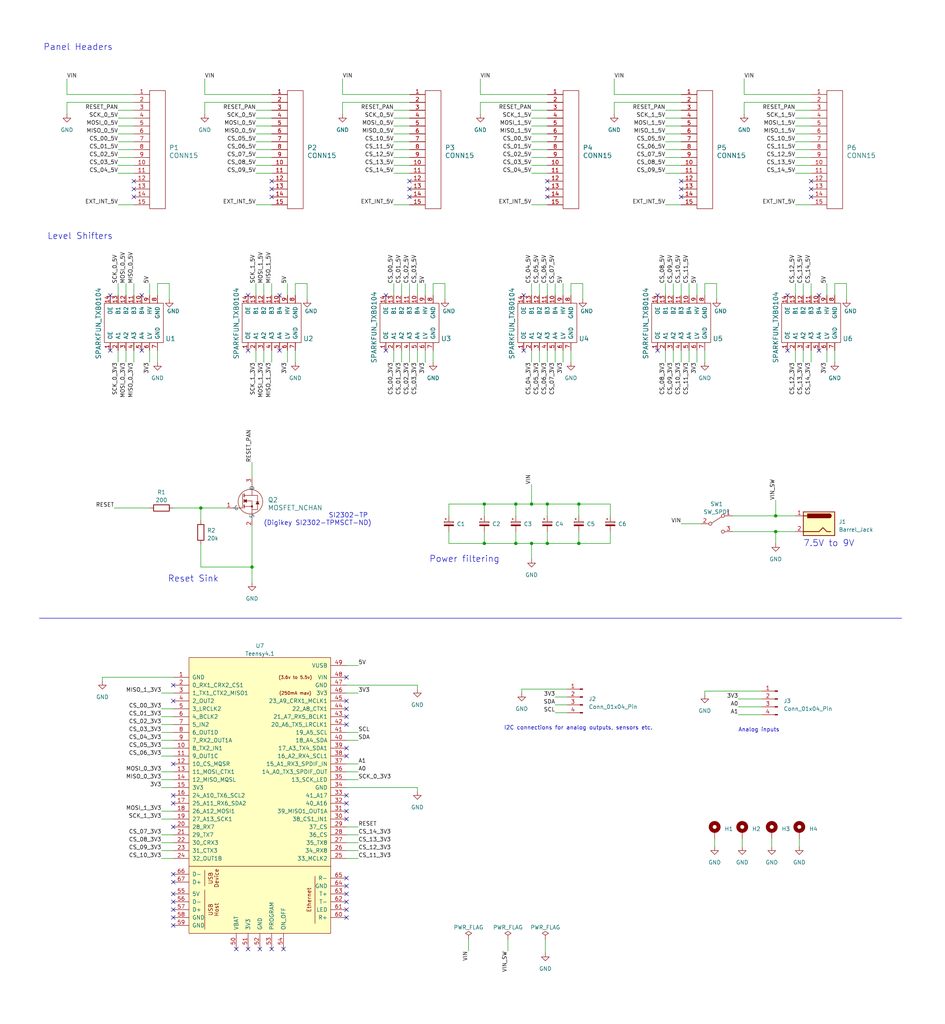
<source format=kicad_sch>
(kicad_sch (version 20230121) (generator eeschema)
  (paper "User" 304.8 330.2)
  (title_block (date "11 jun 2015"))
  (lib_symbols
    (symbol "Connector:Barrel_Jack" (pin_names (offset 1.016))
      (property "Reference" "J" (at 0 5.334 0))
      (property "Value" "Barrel_Jack" (at 0 -5.08 0))
      (symbol "Barrel_Jack_1_1"
        (pin passive line (at 7.62 2.54 180) (length 2.54) (name "~") (number "1"))
        (pin passive line (at 7.62 -2.54 180) (length 2.54) (name "~") (number "2"))
      )
    )
    (symbol "Connector:Conn_01x04_Pin" (pin_names (offset 1.016) hide)
      (property "Reference" "J" (at 0 5.08 0))
      (property "Value" "Conn_01x04_Pin" (at 0 -7.62 0))
      (symbol "Conn_01x04_Pin_1_1"
        (pin passive line (at 5.08 2.54 180) (length 3.81) (name "Pin_1") (number "1"))
        (pin passive line (at 5.08 0 180) (length 3.81) (name "Pin_2") (number "2"))
        (pin passive line (at 5.08 -2.54 180) (length 3.81) (name "Pin_3") (number "3"))
        (pin passive line (at 5.08 -5.08 180) (length 3.81) (name "Pin_4") (number "4"))
      )
    )
    (symbol "Device:C_Polarized_Small" (pin_numbers hide) (pin_names (offset 0.254) hide)
      (property "Reference" "C" (at 0.254 1.778 0))
      (property "Value" "C_Polarized_Small" (at 0.254 -2.032 0))
      (symbol "C_Polarized_Small_1_1"
        (pin passive line (at 0 2.54 270) (length 1.8542) (name "~") (number "1"))
        (pin passive line (at 0 -2.54 90) (length 1.8542) (name "~") (number "2"))
      )
    )
    (symbol "Device:R" (pin_numbers hide) (pin_names (offset 0))
      (property "Reference" "R" (at 2.032 0 90))
      (property "Value" "R" (at 0 0 90))
      (symbol "R_1_1"
        (pin passive line (at 0 3.81 270) (length 1.27) (name "~") (number "1"))
        (pin passive line (at 0 -3.81 90) (length 1.27) (name "~") (number "2"))
      )
    )
    (symbol "Mechanical:MountingHole_Pad" (pin_numbers hide) (pin_names (offset 1.016) hide)
      (property "Reference" "H" (at 0 6.35 0))
      (property "Value" "MountingHole_Pad" (at 0 4.445 0))
      (symbol "MountingHole_Pad_1_1"
        (pin input line (at 0 -2.54 90) (length 2.54) (name "1") (number "1"))
      )
    )
    (symbol "Switch:SW_SPDT" (pin_names (offset 0) hide)
      (property "Reference" "SW" (at 0 4.318 0))
      (property "Value" "SW_SPDT" (at 0 -5.08 0))
      (symbol "SW_SPDT_1_1"
        (pin passive line (at 5.08 2.54 180) (length 2.54) (name "A") (number "1"))
        (pin passive line (at -5.08 0 0) (length 2.54) (name "B") (number "2"))
        (pin passive line (at 5.08 -2.54 180) (length 2.54) (name "C") (number "3"))
      )
    )
    (symbol "arena_custom:CONN15" (pin_names (offset 1.016))
      (property "Reference" "P" (at -17.78 6.35 0))
      (property "Value" "CONN15" (at 13.97 6.35 0))
      (symbol "CONN15_1_1"
        (pin passive line (at -17.78 -5.08 90) (length 5.08) (name "~") (number "1"))
        (pin passive line (at 5.08 -5.08 90) (length 5.08) (name "~") (number "10"))
        (pin passive line (at 7.62 -5.08 90) (length 5.08) (name "~") (number "11"))
        (pin passive line (at 10.16 -5.08 90) (length 5.08) (name "~") (number "12"))
        (pin passive line (at 12.7 -5.08 90) (length 5.08) (name "~") (number "13"))
        (pin passive line (at 15.24 -5.08 90) (length 5.08) (name "~") (number "14"))
        (pin passive line (at 17.78 -5.08 90) (length 5.08) (name "~") (number "15"))
        (pin passive line (at -15.24 -5.08 90) (length 5.08) (name "~") (number "2"))
        (pin passive line (at -12.7 -5.08 90) (length 5.08) (name "~") (number "3"))
        (pin passive line (at -10.16 -5.08 90) (length 5.08) (name "~") (number "4"))
        (pin passive line (at -7.62 -5.08 90) (length 5.08) (name "~") (number "5"))
        (pin passive line (at -5.08 -5.08 90) (length 5.08) (name "~") (number "6"))
        (pin passive line (at -2.54 -5.08 90) (length 5.08) (name "~") (number "7"))
        (pin passive line (at 0 -5.08 90) (length 5.08) (name "~") (number "8"))
        (pin passive line (at 2.54 -5.08 90) (length 5.08) (name "~") (number "9"))
      )
    )
    (symbol "arena_custom:MOSFET_NCHAN" (pin_names (offset 1.016))
      (property "Reference" "Q" (at -4.826 6.35 0))
      (property "Value" "MOSFET_NCHAN" (at 0.381 -7.62 0))
      (symbol "MOSFET_NCHAN_1_1"
        (pin input line (at -8.128 0 0) (length 1.27) (name "G") (number "1"))
        (pin input line (at 0 -5.588 90) (length 1.27) (name "S") (number "2"))
        (pin input line (at 0 9.525 270) (length 1.27) (name "D") (number "3"))
      )
    )
    (symbol "arena_custom:SPARKFUN_TXB0104" (pin_names (offset 1.016))
      (property "Reference" "U" (at 0 11.43 0))
      (property "Value" "SPARKFUN_TXB0104" (at 0 -11.43 0))
      (symbol "SPARKFUN_TXB0104_1_1"
        (pin passive line (at -8.89 7.62 0) (length 2.54) (name "OE") (number "1"))
        (pin input line (at 8.89 -2.54 180) (length 2.54) (name "B4") (number "10"))
        (pin bidirectional line (at 8.89 0 180) (length 2.54) (name "B3") (number "11"))
        (pin bidirectional line (at 8.89 2.54 180) (length 2.54) (name "B2") (number "12"))
        (pin bidirectional line (at 8.89 5.08 180) (length 2.54) (name "B1") (number "13"))
        (pin passive line (at 8.89 7.62 180) (length 2.54) (name "OE") (number "14"))
        (pin bidirectional line (at -8.89 5.08 0) (length 2.54) (name "A1") (number "2"))
        (pin bidirectional line (at -8.89 2.54 0) (length 2.54) (name "A2") (number "3"))
        (pin input line (at -8.89 0 0) (length 2.54) (name "A3") (number "4"))
        (pin bidirectional line (at -8.89 -2.54 0) (length 2.54) (name "A4") (number "5"))
        (pin power_in line (at -8.89 -5.08 0) (length 2.54) (name "LV") (number "6"))
        (pin power_in line (at -8.89 -7.62 0) (length 2.54) (name "GND") (number "7"))
        (pin power_in line (at 8.89 -7.62 180) (length 2.54) (name "GND") (number "8"))
        (pin power_in line (at 8.89 -5.08 180) (length 2.54) (name "HV") (number "9"))
      )
    )
    (symbol "arena_custom:Teensy4.1" (pin_names (offset 1.016))
      (property "Reference" "U" (at 0 64.77 0))
      (property "Value" "Teensy4.1" (at 0 62.23 0))
      (symbol "Teensy4.1_0_0"
        (text "(250mA max)" (at 11.43 49.53 0) (effects (font (size 1.016 1.016))))
        (text "(3.6v to 5.5v)" (at 11.43 54.61 0) (effects (font (size 1.016 1.016))))
        (text "Device" (at -13.97 -10.16 900) (effects (font (size 1.27 1.27))))
        (text "Ethernet" (at 15.875 -17.145 900) (effects (font (size 1.27 1.27))))
        (text "Host" (at -13.97 -20.32 900) (effects (font (size 1.27 1.27))))
        (text "USB" (at -15.875 -20.32 900) (effects (font (size 1.27 1.27))))
        (text "USB" (at -15.875 -10.16 900) (effects (font (size 1.27 1.27))))
        (pin bidirectional line (at -27.94 31.75 0) (length 5.08) (name "8_TX2_IN1") (number "10"))
        (pin bidirectional line (at -27.94 29.21 0) (length 5.08) (name "9_OUT1C") (number "11"))
        (pin bidirectional line (at -27.94 26.67 0) (length 5.08) (name "10_CS_MQSR") (number "12"))
        (pin bidirectional line (at -27.94 24.13 0) (length 5.08) (name "11_MOSI_CTX1") (number "13"))
        (pin bidirectional line (at -27.94 21.59 0) (length 5.08) (name "12_MISO_MQSL") (number "14"))
        (pin power_in line (at -27.94 19.05 0) (length 5.08) (name "3V3") (number "15"))
        (pin bidirectional line (at -27.94 16.51 0) (length 5.08) (name "24_A10_TX6_SCL2") (number "16"))
        (pin bidirectional line (at -27.94 13.97 0) (length 5.08) (name "25_A11_RX6_SDA2") (number "17"))
        (pin bidirectional line (at -27.94 11.43 0) (length 5.08) (name "26_A12_MOSI1") (number "18"))
        (pin bidirectional line (at -27.94 8.89 0) (length 5.08) (name "27_A13_SCK1") (number "19"))
        (pin bidirectional line (at -27.94 6.35 0) (length 5.08) (name "28_RX7") (number "20"))
        (pin bidirectional line (at -27.94 3.81 0) (length 5.08) (name "29_TX7") (number "21"))
        (pin bidirectional line (at -27.94 1.27 0) (length 5.08) (name "30_CRX3") (number "22"))
        (pin bidirectional line (at -27.94 -1.27 0) (length 5.08) (name "31_CTX3") (number "23"))
        (pin bidirectional line (at -27.94 -3.81 0) (length 5.08) (name "32_OUT1B") (number "24"))
        (pin bidirectional line (at 27.94 -3.81 180) (length 5.08) (name "33_MCLK2") (number "25"))
        (pin bidirectional line (at 27.94 -1.27 180) (length 5.08) (name "34_RX8") (number "26"))
        (pin bidirectional line (at 27.94 1.27 180) (length 5.08) (name "35_TX8") (number "27"))
        (pin bidirectional line (at 27.94 3.81 180) (length 5.08) (name "36_CS") (number "28"))
        (pin bidirectional line (at 27.94 6.35 180) (length 5.08) (name "37_CS") (number "29"))
        (pin bidirectional line (at 27.94 8.89 180) (length 5.08) (name "38_CS1_IN1") (number "30"))
        (pin bidirectional line (at 27.94 11.43 180) (length 5.08) (name "39_MISO1_OUT1A") (number "31"))
        (pin bidirectional line (at 27.94 13.97 180) (length 5.08) (name "40_A16") (number "32"))
        (pin bidirectional line (at 27.94 16.51 180) (length 5.08) (name "41_A17") (number "33"))
        (pin bidirectional line (at 27.94 21.59 180) (length 5.08) (name "13_SCK_LED") (number "35"))
        (pin bidirectional line (at 27.94 24.13 180) (length 5.08) (name "14_A0_TX3_SPDIF_OUT") (number "36"))
        (pin bidirectional line (at 27.94 26.67 180) (length 5.08) (name "15_A1_RX3_SPDIF_IN") (number "37"))
        (pin bidirectional line (at 27.94 29.21 180) (length 5.08) (name "16_A2_RX4_SCL1") (number "38"))
        (pin bidirectional line (at 27.94 31.75 180) (length 5.08) (name "17_A3_TX4_SDA1") (number "39"))
        (pin bidirectional line (at 27.94 34.29 180) (length 5.08) (name "18_A4_SDA") (number "40"))
        (pin bidirectional line (at 27.94 36.83 180) (length 5.08) (name "19_A5_SCL") (number "41"))
        (pin bidirectional line (at 27.94 39.37 180) (length 5.08) (name "20_A6_TX5_LRCLK1") (number "42"))
        (pin bidirectional line (at 27.94 41.91 180) (length 5.08) (name "21_A7_RX5_BCLK1") (number "43"))
        (pin bidirectional line (at 27.94 44.45 180) (length 5.08) (name "22_A8_CTX1") (number "44"))
        (pin bidirectional line (at 27.94 46.99 180) (length 5.08) (name "23_A9_CRX1_MCLK1") (number "45"))
        (pin power_in line (at 27.94 54.61 180) (length 5.08) (name "VIN") (number "48"))
        (pin power_out line (at 27.94 58.42 180) (length 5.08) (name "VUSB") (number "49"))
        (pin bidirectional line (at -27.94 44.45 0) (length 5.08) (name "3_LRCLK2") (number "5"))
        (pin power_in line (at -7.62 -33.02 90) (length 5.08) (name "VBAT") (number "50"))
        (pin power_in line (at -3.81 -33.02 90) (length 5.08) (name "3V3") (number "51"))
        (pin input line (at 3.81 -33.02 90) (length 5.08) (name "PROGRAM") (number "53"))
        (pin input line (at 7.62 -33.02 90) (length 5.08) (name "ON_OFF") (number "54"))
        (pin power_out line (at -27.94 -15.24 0) (length 5.08) (name "5V") (number "55"))
        (pin bidirectional line (at -27.94 -17.78 0) (length 5.08) (name "D-") (number "56"))
        (pin bidirectional line (at -27.94 -20.32 0) (length 5.08) (name "D+") (number "57"))
        (pin power_in line (at -27.94 -22.86 0) (length 5.08) (name "GND") (number "58"))
        (pin power_in line (at -27.94 -25.4 0) (length 5.08) (name "GND") (number "59"))
        (pin bidirectional line (at -27.94 41.91 0) (length 5.08) (name "4_BCLK2") (number "6"))
        (pin bidirectional line (at 27.94 -22.86 180) (length 5.08) (name "R+") (number "60"))
        (pin bidirectional line (at 27.94 -20.32 180) (length 5.08) (name "LED") (number "61"))
        (pin bidirectional line (at 27.94 -17.78 180) (length 5.08) (name "T-") (number "62"))
        (pin bidirectional line (at 27.94 -15.24 180) (length 5.08) (name "T+") (number "63"))
        (pin power_in line (at 27.94 -12.7 180) (length 5.08) (name "GND") (number "64"))
        (pin bidirectional line (at 27.94 -10.16 180) (length 5.08) (name "R-") (number "65"))
        (pin bidirectional line (at -27.94 -8.89 0) (length 5.08) (name "D-") (number "66"))
        (pin bidirectional line (at -27.94 -11.43 0) (length 5.08) (name "D+") (number "67"))
        (pin bidirectional line (at -27.94 39.37 0) (length 5.08) (name "5_IN2") (number "7"))
        (pin bidirectional line (at -27.94 36.83 0) (length 5.08) (name "6_OUT1D") (number "8"))
        (pin bidirectional line (at -27.94 34.29 0) (length 5.08) (name "7_RX2_OUT1A") (number "9"))
      )
      (symbol "Teensy4.1_1_0"
        (pin power_out line (at 27.94 49.53 180) (length 5.08) (name "3V3") (number "46"))
        (pin power_in line (at 27.94 52.07 180) (length 5.08) (name "GND") (number "47"))
        (pin power_in line (at 0 -33.02 90) (length 5.08) (name "GND") (number "52"))
      )
      (symbol "Teensy4.1_1_1"
        (pin power_in line (at -27.94 54.61 0) (length 5.08) (name "GND") (number "1"))
        (pin bidirectional line (at -27.94 52.07 0) (length 5.08) (name "0_RX1_CRX2_CS1") (number "2"))
        (pin bidirectional line (at -27.94 49.53 0) (length 5.08) (name "1_TX1_CTX2_MISO1") (number "3"))
        (pin power_in line (at 27.94 19.05 180) (length 5.08) (name "GND") (number "34"))
        (pin bidirectional line (at -27.94 46.99 0) (length 5.08) (name "2_OUT2") (number "4"))
      )
    )
    (symbol "power:GND" (power) (pin_names (offset 0))
      (property "Value" "GND" (at 0 -3.81 0))
      (symbol "GND_1_1"
        (pin power_in line (at 0 0 270) (length 0) hide (name "GND") (number "1"))
      )
    )
    (symbol "power:PWR_FLAG" (power) (pin_numbers hide) (pin_names (offset 0) hide)
      (property "Value" "PWR_FLAG" (at 0 3.81 0))
      (symbol "PWR_FLAG_0_0"
        (pin power_out line (at 0 0 90) (length 0) (name "pwr") (number "1"))
      )
    )
  )
  (junction (at 186.69 162.56))
  (junction (at 171.45 162.56))
  (junction (at 156.21 175.26))
  (junction (at 166.37 162.56))
  (junction (at 64.77 163.83))
  (junction (at 186.69 175.26))
  (junction (at 156.21 162.56))
  (junction (at 176.53 175.26))
  (junction (at 176.53 162.56))
  (junction (at 171.45 175.26))
  (junction (at 250.19 166.37))
  (junction (at 250.19 171.45))
  (junction (at 166.37 175.26))
  (junction (at 81.28 182.88))
  (no_connect (at 111.76 233.68))
  (no_connect (at 55.88 295.91))
  (no_connect (at 176.53 58.42))
  (no_connect (at 43.18 58.42))
  (no_connect (at 55.88 246.38))
  (no_connect (at 111.76 288.29))
  (no_connect (at 55.88 259.08))
  (no_connect (at 83.82 306.07))
  (no_connect (at 111.76 228.6))
  (no_connect (at 111.76 231.14))
  (no_connect (at 111.76 261.62))
  (no_connect (at 91.44 306.07))
  (no_connect (at 111.76 293.37))
  (no_connect (at 132.08 60.96))
  (no_connect (at 55.88 281.94))
  (no_connect (at 55.88 290.83))
  (no_connect (at 55.88 256.54))
  (no_connect (at 111.76 295.91))
  (no_connect (at 111.76 290.83))
  (no_connect (at 111.76 241.3))
  (no_connect (at 35.56 113.03))
  (no_connect (at 55.88 266.7))
  (no_connect (at 43.18 60.96))
  (no_connect (at 168.91 113.03))
  (no_connect (at 124.46 113.03))
  (no_connect (at 176.53 63.5))
  (no_connect (at 45.72 95.25))
  (no_connect (at 254 95.25))
  (no_connect (at 90.17 113.03))
  (no_connect (at 261.62 60.96))
  (no_connect (at 87.63 63.5))
  (no_connect (at 80.01 95.25))
  (no_connect (at 212.09 113.03))
  (no_connect (at 261.62 58.42))
  (no_connect (at 111.76 226.06))
  (no_connect (at 176.53 60.96))
  (no_connect (at 168.91 95.25))
  (no_connect (at 55.88 288.29))
  (no_connect (at 55.88 293.37))
  (no_connect (at 80.01 113.03))
  (no_connect (at 87.63 60.96))
  (no_connect (at 111.76 243.84))
  (no_connect (at 45.72 113.03))
  (no_connect (at 219.71 63.5))
  (no_connect (at 87.63 58.42))
  (no_connect (at 111.76 264.16))
  (no_connect (at 132.08 58.42))
  (no_connect (at 55.88 226.06))
  (no_connect (at 264.16 113.03))
  (no_connect (at 87.63 306.07))
  (no_connect (at 55.88 298.45))
  (no_connect (at 90.17 95.25))
  (no_connect (at 111.76 283.21))
  (no_connect (at 264.16 95.25))
  (no_connect (at 261.62 63.5))
  (no_connect (at 219.71 60.96))
  (no_connect (at 55.88 220.98))
  (no_connect (at 55.88 284.48))
  (no_connect (at 111.76 218.44))
  (no_connect (at 111.76 285.75))
  (no_connect (at 254 113.03))
  (no_connect (at 212.09 95.25))
  (no_connect (at 111.76 259.08))
  (no_connect (at 124.46 95.25))
  (no_connect (at 35.56 95.25))
  (no_connect (at 111.76 256.54))
  (no_connect (at 76.2 306.07))
  (no_connect (at 43.18 63.5))
  (no_connect (at 132.08 63.5))
  (no_connect (at 219.71 58.42))
  (no_connect (at 80.01 306.07))
  (wire (pts (xy 66.04 33.02) (xy 87.63 33.02)))
  (wire (pts (xy 52.07 238.76) (xy 55.88 238.76)))
  (wire (pts (xy 179.07 224.79) (xy 182.88 224.79)))
  (wire (pts (xy 176.53 162.56) (xy 176.53 166.37)))
  (wire (pts (xy 111.76 236.22) (xy 115.57 236.22)))
  (polyline (pts (xy 12.7 199.39) (xy 290.83 199.39)))
  (wire (pts (xy 227.33 113.03) (xy 227.33 116.84)))
  (wire (pts (xy 50.8 91.44) (xy 54.61 91.44)))
  (wire (pts (xy 43.18 40.64) (xy 38.1 40.64)))
  (wire (pts (xy 171.45 175.26) (xy 171.45 180.34)))
  (wire (pts (xy 176.53 48.26) (xy 171.45 48.26)))
  (wire (pts (xy 95.25 91.44) (xy 99.06 91.44)))
  (wire (pts (xy 224.79 113.03) (xy 224.79 116.84)))
  (wire (pts (xy 52.07 261.62) (xy 55.88 261.62)))
  (wire (pts (xy 87.63 38.1) (xy 82.55 38.1)))
  (wire (pts (xy 179.07 227.33) (xy 182.88 227.33)))
  (wire (pts (xy 87.63 113.03) (xy 87.63 116.84)))
  (wire (pts (xy 154.94 33.02) (xy 176.53 33.02)))
  (wire (pts (xy 132.08 55.88) (xy 127 55.88)))
  (wire (pts (xy 87.63 43.18) (xy 82.55 43.18)))
  (wire (pts (xy 52.07 231.14) (xy 55.88 231.14)))
  (wire (pts (xy 219.71 50.8) (xy 214.63 50.8)))
  (wire (pts (xy 85.09 95.25) (xy 85.09 91.44)))
  (wire (pts (xy 52.07 251.46) (xy 55.88 251.46)))
  (wire (pts (xy 87.63 50.8) (xy 82.55 50.8)))
  (wire (pts (xy 176.53 55.88) (xy 171.45 55.88)))
  (wire (pts (xy 261.62 38.1) (xy 256.54 38.1)))
  (wire (pts (xy 261.62 43.18) (xy 256.54 43.18)))
  (wire (pts (xy 40.64 113.03) (xy 40.64 116.84)))
  (wire (pts (xy 240.03 33.02) (xy 240.03 36.83)))
  (wire (pts (xy 144.78 162.56) (xy 156.21 162.56)))
  (wire (pts (xy 168.275 222.25) (xy 168.275 223.52)))
  (wire (pts (xy 257.81 270.51) (xy 257.81 273.05)))
  (wire (pts (xy 186.69 162.56) (xy 186.69 166.37)))
  (wire (pts (xy 239.395 270.51) (xy 239.395 273.05)))
  (wire (pts (xy 111.76 246.38) (xy 115.57 246.38)))
  (wire (pts (xy 95.25 91.44) (xy 95.25 95.25)))
  (wire (pts (xy 43.18 66.04) (xy 38.1 66.04)))
  (wire (pts (xy 43.18 45.72) (xy 38.1 45.72)))
  (wire (pts (xy 38.1 113.03) (xy 38.1 116.84)))
  (wire (pts (xy 64.77 182.88) (xy 81.28 182.88)))
  (wire (pts (xy 21.59 25.4) (xy 21.59 30.48)))
  (wire (pts (xy 132.08 48.26) (xy 127 48.26)))
  (wire (pts (xy 176.53 113.03) (xy 176.53 116.84)))
  (wire (pts (xy 219.71 35.56) (xy 214.63 35.56)))
  (wire (pts (xy 137.16 95.25) (xy 137.16 91.44)))
  (wire (pts (xy 240.03 30.48) (xy 261.62 30.48)))
  (wire (pts (xy 139.7 113.03) (xy 139.7 116.84)))
  (wire (pts (xy 43.18 38.1) (xy 38.1 38.1)))
  (wire (pts (xy 198.12 33.02) (xy 198.12 36.83)))
  (wire (pts (xy 261.62 113.03) (xy 261.62 116.84)))
  (wire (pts (xy 66.04 33.02) (xy 66.04 36.83)))
  (wire (pts (xy 52.07 264.16) (xy 55.88 264.16)))
  (wire (pts (xy 43.18 53.34) (xy 38.1 53.34)))
  (wire (pts (xy 176.53 175.26) (xy 186.69 175.26)))
  (wire (pts (xy 156.21 162.56) (xy 166.37 162.56)))
  (wire (pts (xy 230.505 270.51) (xy 230.505 273.05)))
  (wire (pts (xy 266.7 95.25) (xy 266.7 91.44)))
  (wire (pts (xy 52.07 223.52) (xy 55.88 223.52)))
  (wire (pts (xy 43.18 50.8) (xy 38.1 50.8)))
  (wire (pts (xy 127 113.03) (xy 127 116.84)))
  (wire (pts (xy 176.53 53.34) (xy 171.45 53.34)))
  (wire (pts (xy 227.33 222.885) (xy 245.745 222.885)))
  (wire (pts (xy 261.62 45.72) (xy 256.54 45.72)))
  (wire (pts (xy 132.08 53.34) (xy 127 53.34)))
  (wire (pts (xy 21.59 30.48) (xy 43.18 30.48)))
  (wire (pts (xy 129.54 95.25) (xy 129.54 91.44)))
  (wire (pts (xy 52.07 269.24) (xy 55.88 269.24)))
  (wire (pts (xy 52.07 248.92) (xy 55.88 248.92)))
  (wire (pts (xy 110.49 25.4) (xy 110.49 30.48)))
  (wire (pts (xy 173.99 113.03) (xy 173.99 116.84)))
  (wire (pts (xy 110.49 30.48) (xy 132.08 30.48)))
  (wire (pts (xy 43.18 35.56) (xy 38.1 35.56)))
  (wire (pts (xy 43.18 48.26) (xy 38.1 48.26)))
  (wire (pts (xy 111.76 238.76) (xy 115.57 238.76)))
  (wire (pts (xy 82.55 95.25) (xy 82.55 91.44)))
  (wire (pts (xy 256.54 113.03) (xy 256.54 116.84)))
  (wire (pts (xy 166.37 162.56) (xy 166.37 166.37)))
  (wire (pts (xy 66.04 30.48) (xy 87.63 30.48)))
  (wire (pts (xy 33.02 218.44) (xy 33.02 219.71)))
  (wire (pts (xy 176.53 45.72) (xy 171.45 45.72)))
  (wire (pts (xy 198.12 25.4) (xy 198.12 30.48)))
  (wire (pts (xy 176.53 162.56) (xy 186.69 162.56)))
  (wire (pts (xy 176.53 95.25) (xy 176.53 91.44)))
  (wire (pts (xy 219.71 48.26) (xy 214.63 48.26)))
  (wire (pts (xy 179.07 95.25) (xy 179.07 91.44)))
  (wire (pts (xy 52.07 271.78) (xy 55.88 271.78)))
  (wire (pts (xy 137.16 113.03) (xy 137.16 116.84)))
  (wire (pts (xy 66.04 25.4) (xy 66.04 30.48)))
  (wire (pts (xy 115.57 269.24) (xy 111.76 269.24)))
  (wire (pts (xy 144.78 171.45) (xy 144.78 175.26)))
  (wire (pts (xy 181.61 95.25) (xy 181.61 91.44)))
  (wire (pts (xy 186.69 175.26) (xy 186.69 171.45)))
  (wire (pts (xy 219.71 38.1) (xy 214.63 38.1)))
  (wire (pts (xy 175.895 302.895) (xy 175.895 307.34)))
  (wire (pts (xy 111.76 254) (xy 134.62 254)))
  (wire (pts (xy 87.63 40.64) (xy 82.55 40.64)))
  (wire (pts (xy 269.24 113.03) (xy 269.24 116.84)))
  (wire (pts (xy 166.37 162.56) (xy 171.45 162.56)))
  (wire (pts (xy 111.76 220.98) (xy 134.62 220.98)))
  (wire (pts (xy 95.25 113.03) (xy 95.25 116.84)))
  (wire (pts (xy 132.08 50.8) (xy 127 50.8)))
  (wire (pts (xy 214.63 113.03) (xy 214.63 116.84)))
  (wire (pts (xy 179.07 229.87) (xy 182.88 229.87)))
  (wire (pts (xy 250.19 171.45) (xy 250.19 175.26)))
  (wire (pts (xy 115.57 274.32) (xy 111.76 274.32)))
  (wire (pts (xy 196.85 162.56) (xy 196.85 166.37)))
  (wire (pts (xy 171.45 175.26) (xy 176.53 175.26)))
  (wire (pts (xy 261.62 95.25) (xy 261.62 91.44)))
  (wire (pts (xy 261.62 48.26) (xy 256.54 48.26)))
  (wire (pts (xy 256.54 95.25) (xy 256.54 91.44)))
  (wire (pts (xy 154.94 25.4) (xy 154.94 30.48)))
  (wire (pts (xy 132.08 38.1) (xy 127 38.1)))
  (wire (pts (xy 176.53 38.1) (xy 171.45 38.1)))
  (wire (pts (xy 176.53 35.56) (xy 171.45 35.56)))
  (wire (pts (xy 176.53 40.64) (xy 171.45 40.64)))
  (wire (pts (xy 144.78 166.37) (xy 144.78 162.56)))
  (wire (pts (xy 176.53 175.26) (xy 176.53 171.45)))
  (wire (pts (xy 48.26 113.03) (xy 48.26 116.84)))
  (wire (pts (xy 171.45 156.21) (xy 171.45 162.56)))
  (wire (pts (xy 132.08 66.04) (xy 127 66.04)))
  (wire (pts (xy 261.62 35.56) (xy 256.54 35.56)))
  (wire (pts (xy 50.8 91.44) (xy 50.8 95.25)))
  (wire (pts (xy 173.99 95.25) (xy 173.99 91.44)))
  (wire (pts (xy 21.59 33.02) (xy 21.59 36.83)))
  (wire (pts (xy 132.08 95.25) (xy 132.08 91.44)))
  (wire (pts (xy 85.09 113.03) (xy 85.09 116.84)))
  (wire (pts (xy 196.85 171.45) (xy 196.85 175.26)))
  (wire (pts (xy 171.45 113.03) (xy 171.45 116.84)))
  (wire (pts (xy 36.83 163.83) (xy 48.26 163.83)))
  (wire (pts (xy 132.08 40.64) (xy 127 40.64)))
  (wire (pts (xy 50.8 113.03) (xy 50.8 116.84)))
  (wire (pts (xy 222.25 113.03) (xy 222.25 116.84)))
  (wire (pts (xy 171.45 162.56) (xy 176.53 162.56)))
  (wire (pts (xy 179.07 113.03) (xy 179.07 116.84)))
  (wire (pts (xy 132.08 45.72) (xy 127 45.72)))
  (wire (pts (xy 250.19 171.45) (xy 256.54 171.45)))
  (wire (pts (xy 236.22 166.37) (xy 250.19 166.37)))
  (wire (pts (xy 43.18 55.88) (xy 38.1 55.88)))
  (wire (pts (xy 43.18 43.18) (xy 38.1 43.18)))
  (wire (pts (xy 226.06 168.91) (xy 219.71 168.91)))
  (wire (pts (xy 154.94 30.48) (xy 176.53 30.48)))
  (wire (pts (xy 134.62 220.98) (xy 134.62 222.25)))
  (wire (pts (xy 250.19 166.37) (xy 256.54 166.37)))
  (wire (pts (xy 132.08 113.03) (xy 132.08 116.84)))
  (wire (pts (xy 110.49 33.02) (xy 110.49 36.83)))
  (wire (pts (xy 52.07 243.84) (xy 55.88 243.84)))
  (wire (pts (xy 52.07 236.22) (xy 55.88 236.22)))
  (wire (pts (xy 55.88 254) (xy 52.07 254)))
  (wire (pts (xy 139.7 91.44) (xy 139.7 95.25)))
  (wire (pts (xy 184.15 91.44) (xy 187.96 91.44)))
  (wire (pts (xy 115.57 251.46) (xy 111.76 251.46)))
  (wire (pts (xy 87.63 53.34) (xy 82.55 53.34)))
  (wire (pts (xy 163.83 302.895) (xy 163.83 306.705)))
  (wire (pts (xy 217.17 113.03) (xy 217.17 116.84)))
  (wire (pts (xy 219.71 40.64) (xy 214.63 40.64)))
  (wire (pts (xy 52.07 241.3) (xy 55.88 241.3)))
  (wire (pts (xy 92.71 113.03) (xy 92.71 116.84)))
  (wire (pts (xy 82.55 113.03) (xy 82.55 116.84)))
  (wire (pts (xy 144.78 175.26) (xy 156.21 175.26)))
  (wire (pts (xy 261.62 55.88) (xy 256.54 55.88)))
  (wire (pts (xy 115.57 276.86) (xy 111.76 276.86)))
  (wire (pts (xy 134.62 254) (xy 134.62 255.27)))
  (wire (pts (xy 198.12 33.02) (xy 219.71 33.02)))
  (wire (pts (xy 184.15 91.44) (xy 184.15 95.25)))
  (wire (pts (xy 261.62 40.64) (xy 256.54 40.64)))
  (wire (pts (xy 87.63 55.88) (xy 82.55 55.88)))
  (wire (pts (xy 151.13 302.895) (xy 151.13 306.705)))
  (wire (pts (xy 181.61 113.03) (xy 181.61 116.84)))
  (wire (pts (xy 134.62 95.25) (xy 134.62 91.44)))
  (wire (pts (xy 219.71 113.03) (xy 219.71 116.84)))
  (wire (pts (xy 250.19 166.37) (xy 250.19 161.29)))
  (wire (pts (xy 219.71 55.88) (xy 214.63 55.88)))
  (wire (pts (xy 184.15 113.03) (xy 184.15 116.84)))
  (wire (pts (xy 21.59 33.02) (xy 43.18 33.02)))
  (wire (pts (xy 87.63 35.56) (xy 82.55 35.56)))
  (wire (pts (xy 129.54 113.03) (xy 129.54 116.84)))
  (wire (pts (xy 219.71 66.04) (xy 214.63 66.04)))
  (wire (pts (xy 55.88 163.83) (xy 64.77 163.83)))
  (wire (pts (xy 111.76 266.7) (xy 115.57 266.7)))
  (wire (pts (xy 269.24 91.44) (xy 269.24 95.25)))
  (wire (pts (xy 248.92 270.51) (xy 248.92 273.05)))
  (wire (pts (xy 196.85 175.26) (xy 186.69 175.26)))
  (wire (pts (xy 52.07 228.6) (xy 55.88 228.6)))
  (wire (pts (xy 132.08 43.18) (xy 127 43.18)))
  (wire (pts (xy 48.26 95.25) (xy 48.26 91.44)))
  (wire (pts (xy 99.06 91.44) (xy 99.06 96.52)))
  (wire (pts (xy 227.33 91.44) (xy 231.14 91.44)))
  (wire (pts (xy 219.71 95.25) (xy 219.71 91.44)))
  (wire (pts (xy 219.71 53.34) (xy 214.63 53.34)))
  (wire (pts (xy 81.28 182.88) (xy 81.28 187.96)))
  (wire (pts (xy 261.62 66.04) (xy 256.54 66.04)))
  (wire (pts (xy 224.79 95.25) (xy 224.79 91.44)))
  (wire (pts (xy 187.96 91.44) (xy 187.96 96.52)))
  (wire (pts (xy 115.57 271.78) (xy 111.76 271.78)))
  (wire (pts (xy 54.61 91.44) (xy 54.61 96.52)))
  (wire (pts (xy 266.7 113.03) (xy 266.7 116.84)))
  (wire (pts (xy 134.62 113.03) (xy 134.62 116.84)))
  (wire (pts (xy 240.03 25.4) (xy 240.03 30.48)))
  (wire (pts (xy 176.53 50.8) (xy 171.45 50.8)))
  (wire (pts (xy 156.21 162.56) (xy 156.21 166.37)))
  (wire (pts (xy 52.07 274.32) (xy 55.88 274.32)))
  (wire (pts (xy 238.125 227.965) (xy 245.745 227.965)))
  (wire (pts (xy 52.07 233.68) (xy 55.88 233.68)))
  (wire (pts (xy 231.14 91.44) (xy 231.14 96.52)))
  (wire (pts (xy 222.25 95.25) (xy 222.25 91.44)))
  (wire (pts (xy 171.45 43.18) (xy 176.53 43.18)))
  (wire (pts (xy 261.62 50.8) (xy 256.54 50.8)))
  (wire (pts (xy 110.49 33.02) (xy 132.08 33.02)))
  (wire (pts (xy 166.37 175.26) (xy 171.45 175.26)))
  (wire (pts (xy 259.08 95.25) (xy 259.08 91.44)))
  (wire (pts (xy 87.63 45.72) (xy 82.55 45.72)))
  (wire (pts (xy 166.37 171.45) (xy 166.37 175.26)))
  (wire (pts (xy 38.1 95.25) (xy 38.1 91.44)))
  (wire (pts (xy 64.77 163.83) (xy 64.77 167.894)))
  (wire (pts (xy 238.125 230.505) (xy 245.745 230.505)))
  (wire (pts (xy 40.64 95.25) (xy 40.64 91.44)))
  (wire (pts (xy 168.275 222.25) (xy 182.88 222.25)))
  (wire (pts (xy 92.71 95.25) (xy 92.71 91.44)))
  (wire (pts (xy 219.71 43.18) (xy 214.63 43.18)))
  (wire (pts (xy 87.63 48.26) (xy 82.55 48.26)))
  (wire (pts (xy 176.53 66.04) (xy 171.45 66.04)))
  (wire (pts (xy 87.63 91.44) (xy 87.63 95.25)))
  (wire (pts (xy 261.62 53.34) (xy 256.54 53.34)))
  (wire (pts (xy 156.21 175.26) (xy 166.37 175.26)))
  (wire (pts (xy 227.33 222.885) (xy 227.33 224.155)))
  (wire (pts (xy 111.76 248.92) (xy 115.57 248.92)))
  (wire (pts (xy 111.76 223.52) (xy 115.57 223.52)))
  (wire (pts (xy 43.18 113.03) (xy 43.18 116.84)))
  (wire (pts (xy 269.24 91.44) (xy 273.05 91.44)))
  (wire (pts (xy 52.07 276.86) (xy 55.88 276.86)))
  (wire (pts (xy 259.08 113.03) (xy 259.08 116.84)))
  (wire (pts (xy 87.63 66.04) (xy 82.55 66.04)))
  (wire (pts (xy 139.7 91.44) (xy 143.51 91.44)))
  (wire (pts (xy 198.12 30.48) (xy 219.71 30.48)))
  (wire (pts (xy 154.94 33.02) (xy 154.94 36.83)))
  (wire (pts (xy 171.45 95.25) (xy 171.45 91.44)))
  (wire (pts (xy 43.18 95.25) (xy 43.18 91.44)))
  (wire (pts (xy 217.17 95.25) (xy 217.17 91.44)))
  (wire (pts (xy 111.76 214.63) (xy 115.57 214.63)))
  (wire (pts (xy 55.88 218.44) (xy 33.02 218.44)))
  (wire (pts (xy 64.77 175.514) (xy 64.77 182.88)))
  (wire (pts (xy 214.63 95.25) (xy 214.63 91.44)))
  (wire (pts (xy 219.71 45.72) (xy 214.63 45.72)))
  (wire (pts (xy 64.77 163.83) (xy 73.152 163.83)))
  (wire (pts (xy 240.03 33.02) (xy 261.62 33.02)))
  (wire (pts (xy 127 95.25) (xy 127 91.44)))
  (wire (pts (xy 156.21 175.26) (xy 156.21 171.45)))
  (wire (pts (xy 81.28 169.418) (xy 81.28 182.88)))
  (wire (pts (xy 81.28 154.305) (xy 81.28 149.098)))
  (wire (pts (xy 143.51 91.44) (xy 143.51 96.52)))
  (wire (pts (xy 238.125 225.425) (xy 245.745 225.425)))
  (wire (pts (xy 132.08 35.56) (xy 127 35.56)))
  (wire (pts (xy 236.22 171.45) (xy 250.19 171.45)))
  (wire (pts (xy 273.05 91.44) (xy 273.05 96.52)))
  (wire (pts (xy 186.69 162.56) (xy 196.85 162.56)))
  (wire (pts (xy 227.33 91.44) (xy 227.33 95.25)))
  (text "SI2302-TP \n(Digikey SI2302-TPMSCT-ND)" (at 119.888 169.672 0) (effects (font (size 1.524 1.524)) (justify right bottom)))
  (text "Analog inputs" (at 238.125 236.22 0) (effects (font (size 1.27 1.27)) (justify left bottom)))
  (text "Level Shifters" (at 15.24 77.47 0) (effects (font (size 2.032 2.032)) (justify left bottom)))
  (text "Panel Headers" (at 13.97 16.51 0) (effects (font (size 2.032 2.032)) (justify left bottom)))
  (text "Power filtering\n" (at 138.43 181.61 0) (effects (font (size 2.032 2.032)) (justify left bottom)))
  (text "I2C connections for analog outputs, sensors etc. " (at 162.56 235.585 0) (effects (font (size 1.27 1.27)) (justify left bottom)))
  (text "7.5V to 9V" (at 259.08 176.53 0) (effects (font (size 2.032 2.032)) (justify left bottom)))
  (text "Reset Sink" (at 54.102 187.96 0) (effects (font (size 2.032 2.032)) (justify left bottom)))
  (label "CS_09_5V" (at 217.17 91.44 90))
  (label "CS_13_5V" (at 259.08 91.44 90))
  (label "RESET_PAN" (at 127 35.56 180))
  (label "CS_11_5V" (at 222.25 91.44 90))
  (label "MOSI_0_3V3" (at 52.07 248.92 180))
  (label "A1" (at 115.57 246.38 0))
  (label "CS_09_3V3" (at 217.17 116.84 270))
  (label "CS_02_5V" (at 132.08 91.44 90))
  (label "CS_13_3V3" (at 259.08 116.84 270))
  (label "CS_13_3V3" (at 115.57 271.78 0))
  (label "MISO_1_3V3" (at 87.63 116.84 270))
  (label "CS_10_5V" (at 127 45.72 180))
  (label "3V3" (at 52.07 254 180))
  (label "CS_00_3V3" (at 52.07 228.6 180))
  (label "EXT_INT_5V" (at 38.1 66.04 180))
  (label "MOSI_1_5V" (at 214.63 40.64 180))
  (label "MOSI_1_5V" (at 171.45 40.64 180))
  (label "MISO_1_5V" (at 171.45 43.18 180))
  (label "CS_12_5V" (at 256.54 50.8 180))
  (label "5V" (at 224.79 91.44 90))
  (label "5V" (at 266.7 91.44 90))
  (label "RESET" (at 36.83 163.83 180))
  (label "CS_02_3V3" (at 52.07 233.68 180))
  (label "CS_08_5V" (at 82.55 53.34 180))
  (label "CS_04_3V3" (at 52.07 238.76 180))
  (label "CS_13_5V" (at 127 53.34 180))
  (label "MISO_1_5V" (at 214.63 43.18 180))
  (label "CS_12_3V3" (at 115.57 274.32 0))
  (label "CS_12_5V" (at 127 50.8 180))
  (label "SCK_0_3V3" (at 115.57 251.46 0))
  (label "SCK_0_3V3" (at 38.1 116.84 270))
  (label "MOSI_1_3V3" (at 85.09 116.84 270))
  (label "MISO_0_5V" (at 82.55 43.18 180))
  (label "MISO_1_5V" (at 256.54 43.18 180))
  (label "3V3" (at 48.26 116.84 270))
  (label "3V3" (at 266.7 116.84 270))
  (label "3V3" (at 92.71 116.84 270))
  (label "CS_09_5V" (at 214.63 55.88 180))
  (label "CS_06_3V3" (at 176.53 116.84 270))
  (label "SCK_0_5V" (at 82.55 38.1 180))
  (label "CS_11_3V3" (at 115.57 276.86 0))
  (label "VIN" (at 219.71 168.91 180))
  (label "RESET_PAN" (at 81.28 149.098 90))
  (label "EXT_INT_5V" (at 214.63 66.04 180))
  (label "CS_07_5V" (at 179.07 91.44 90))
  (label "A0" (at 238.125 227.965 180))
  (label "CS_10_5V" (at 256.54 45.72 180))
  (label "3V3" (at 238.125 225.425 180))
  (label "SCK_0_5V" (at 38.1 38.1 180))
  (label "CS_01_3V3" (at 52.07 231.14 180))
  (label "CS_01_5V" (at 171.45 48.26 180))
  (label "CS_00_5V" (at 127 91.44 90))
  (label "SCK_0_5V" (at 127 38.1 180))
  (label "CS_03_3V3" (at 134.62 116.84 270))
  (label "SCL" (at 115.57 236.22 0))
  (label "CS_14_3V3" (at 115.57 269.24 0))
  (label "MOSI_0_5V" (at 82.55 40.64 180))
  (label "CS_05_5V" (at 82.55 45.72 180))
  (label "5V" (at 92.71 91.44 90))
  (label "CS_12_5V" (at 256.54 91.44 90))
  (label "MOSI_0_3V3" (at 40.64 116.84 270))
  (label "MOSI_1_5V" (at 85.09 91.44 90))
  (label "CS_08_3V3" (at 214.63 116.84 270))
  (label "VIN" (at 198.12 25.4 0))
  (label "3V3" (at 179.07 224.79 180))
  (label "MISO_0_5V" (at 43.18 91.44 90))
  (label "CS_07_3V3" (at 52.07 269.24 180))
  (label "RESET_PAN" (at 38.1 35.56 180))
  (label "RESET" (at 115.57 266.7 0))
  (label "CS_11_3V3" (at 222.25 116.84 270))
  (label "CS_02_5V" (at 171.45 50.8 180))
  (label "CS_05_3V3" (at 52.07 241.3 180))
  (label "CS_05_5V" (at 173.99 91.44 90))
  (label "MISO_0_5V" (at 38.1 43.18 180))
  (label "SCK_1_5V" (at 214.63 38.1 180))
  (label "CS_09_3V3" (at 52.07 274.32 180))
  (label "5V" (at 48.26 91.44 90))
  (label "CS_07_5V" (at 214.63 50.8 180))
  (label "RESET_PAN" (at 82.55 35.56 180))
  (label "EXT_INT_5V" (at 82.55 66.04 180))
  (label "CS_08_3V3" (at 52.07 271.78 180))
  (label "CS_14_5V" (at 127 55.88 180))
  (label "CS_07_3V3" (at 179.07 116.84 270))
  (label "CS_00_5V" (at 171.45 45.72 180))
  (label "CS_03_5V" (at 171.45 53.34 180))
  (label "CS_06_3V3" (at 52.07 243.84 180))
  (label "3V3" (at 115.57 223.52 0))
  (label "CS_04_5V" (at 38.1 55.88 180))
  (label "CS_09_5V" (at 82.55 55.88 180))
  (label "SCK_0_5V" (at 38.1 91.44 90))
  (label "SCL" (at 179.07 229.87 180))
  (label "CS_04_3V3" (at 171.45 116.84 270))
  (label "5V" (at 181.61 91.44 90))
  (label "CS_01_5V" (at 38.1 48.26 180))
  (label "VIN" (at 21.59 25.4 0))
  (label "CS_06_5V" (at 176.53 91.44 90))
  (label "CS_00_3V3" (at 127 116.84 270))
  (label "CS_11_5V" (at 127 48.26 180))
  (label "CS_10_3V3" (at 52.07 276.86 180))
  (label "CS_11_5V" (at 256.54 48.26 180))
  (label "CS_06_5V" (at 214.63 48.26 180))
  (label "CS_10_3V3" (at 219.71 116.84 270))
  (label "3V3" (at 137.16 116.84 270))
  (label "CS_03_5V" (at 38.1 53.34 180))
  (label "CS_13_5V" (at 256.54 53.34 180))
  (label "CS_03_3V3" (at 52.07 236.22 180))
  (label "VIN" (at 240.03 25.4 0))
  (label "MISO_0_3V3" (at 52.07 251.46 180))
  (label "CS_05_5V" (at 214.63 45.72 180))
  (label "CS_14_5V" (at 256.54 55.88 180))
  (label "CS_12_3V3" (at 256.54 116.84 270))
  (label "SDA" (at 115.57 238.76 0))
  (label "CS_07_5V" (at 82.55 50.8 180))
  (label "RESET_PAN" (at 171.45 35.56 180))
  (label "CS_02_3V3" (at 132.08 116.84 270))
  (label "A0" (at 115.57 248.92 0))
  (label "CS_05_3V3" (at 173.99 116.84 270))
  (label "VIN" (at 110.49 25.4 0))
  (label "3V3" (at 224.79 116.84 270))
  (label "CS_01_5V" (at 129.54 91.44 90))
  (label "5V" (at 137.16 91.44 90))
  (label "MISO_1_3V3" (at 52.07 223.52 180))
  (label "MOSI_1_5V" (at 256.54 40.64 180))
  (label "MOSI_0_5V" (at 40.64 91.44 90))
  (label "CS_14_5V" (at 261.62 91.44 90))
  (label "RESET_PAN" (at 214.63 35.56 180))
  (label "VIN_SW" (at 163.83 306.705 270))
  (label "VIN" (at 171.45 156.21 90))
  (label "SCK_1_3V3" (at 82.55 116.84 270))
  (label "CS_00_5V" (at 38.1 45.72 180))
  (label "MISO_0_5V" (at 127 43.18 180))
  (label "EXT_INT_5V" (at 256.54 66.04 180))
  (label "CS_14_3V3" (at 261.62 116.84 270))
  (label "SCK_1_3V3" (at 52.07 264.16 180))
  (label "MOSI_1_3V3" (at 52.07 261.62 180))
  (label "SCK_1_5V" (at 82.55 91.44 90))
  (label "CS_02_5V" (at 38.1 50.8 180))
  (label "EXT_INT_5V" (at 127 66.04 180))
  (label "VIN" (at 66.04 25.4 0))
  (label "VIN" (at 151.13 306.705 270))
  (label "3V3" (at 181.61 116.84 270))
  (label "CS_06_5V" (at 82.55 48.26 180))
  (label "MISO_1_5V" (at 87.63 91.44 90))
  (label "EXT_INT_5V" (at 171.45 66.04 180))
  (label "CS_04_5V" (at 171.45 91.44 90))
  (label "SDA" (at 179.07 227.33 180))
  (label "SCK_1_5V" (at 256.54 38.1 180))
  (label "CS_01_3V3" (at 129.54 116.84 270))
  (label "RESET_PAN" (at 256.54 35.56 180))
  (label "SCK_1_5V" (at 171.45 38.1 180))
  (label "MOSI_0_5V" (at 38.1 40.64 180))
  (label "VIN" (at 154.94 25.4 0))
  (label "VIN_SW" (at 250.19 161.29 90))
  (label "MOSI_0_5V" (at 127 40.64 180))
  (label "CS_03_5V" (at 134.62 91.44 90))
  (label "A1" (at 238.125 230.505 180))
  (label "MISO_0_3V3" (at 43.18 116.84 270))
  (label "CS_08_5V" (at 214.63 53.34 180))
  (label "CS_08_5V" (at 214.63 91.44 90))
  (label "CS_10_5V" (at 219.71 91.44 90))
  (label "5V" (at 115.57 214.63 0))
  (label "CS_04_5V" (at 171.45 55.88 180))
  (symbol (lib_id "Device:C_Polarized_Small") (at 144.78 168.91 0) (unit 1)
    (property "Reference" "C1" (at 147.32 168.9989 0) (effects (justify left)))
    (property "Value" "C_Polarized_Small" (effects hide))
    (property "Footprint" "arena_custom:Capacitor_Polarized" (effects hide))
  )
  (symbol (lib_id "power:GND") (at 66.04 36.83 0) (unit 1)
    (property "Reference" "#PWR053" (effects hide))
    (property "Value" "GND" (at 66.04 41.91 0))
  )
  (symbol (lib_id "power:GND") (at 143.51 96.52 0) (unit 1)
    (property "Reference" "#PWR042" (effects hide))
    (property "Value" "GND" (at 144.78 100.33 0))
  )
  (symbol (lib_id "arena_custom:SPARKFUN_TXB0104") (at 43.18 104.14 90) (unit 1)
    (property "Reference" "U1" (at 53.34 109.22 90) (effects (font (size 1.524 1.524)) (justify right)))
    (property "Value" "SPARKFUN_TXB0104" (at 31.75 92.71 0) (effects (font (size 1.524 1.524)) (justify right)))
    (property "Footprint" "arena_custom:SPARKFUN_TXB0104" (effects hide))
  )
  (symbol (lib_id "Connector:Conn_01x04_Pin") (at 187.96 224.79 0) (mirror y) (unit 1)
    (property "Reference" "J2" (at 189.865 225.425 0) (effects (justify right)))
    (property "Value" "Conn_01x04_Pin" (at 189.865 227.965 0) (effects (justify right)))
    (property "Footprint" "arena_custom:NS-Tech_Grove_1x04_P2mm_Horizontal" (effects hide))
  )
  (symbol (lib_id "power:GND") (at 198.12 36.83 0) (unit 1)
    (property "Reference" "#PWR051" (effects hide))
    (property "Value" "GND" (at 198.12 41.91 0))
  )
  (symbol (lib_id "arena_custom:CONN15") (at 92.71 48.26 270) (unit 1)
    (property "Reference" "P2" (at 99.06 47.625 90) (effects (font (size 1.524 1.524)) (justify left)))
    (property "Value" "CONN15" (at 99.06 50.165 90) (effects (font (size 1.524 1.524)) (justify left)))
    (property "Footprint" "arena_custom:HEADER_TOP" (effects hide))
  )
  (symbol (lib_id "Device:C_Polarized_Small") (at 186.69 168.91 0) (unit 1)
    (property "Reference" "C5" (at 189.23 168.9989 0) (effects (justify left)))
    (property "Value" "C_Polarized_Small" (effects hide))
    (property "Footprint" "arena_custom:Capacitor_Polarized" (effects hide))
  )
  (symbol (lib_id "power:GND") (at 50.8 116.84 0) (unit 1)
    (property "Reference" "#PWR038" (effects hide))
    (property "Value" "GND" (at 50.8 121.92 0))
  )
  (symbol (lib_id "power:GND") (at 139.7 116.84 0) (unit 1)
    (property "Reference" "#PWR043" (effects hide))
    (property "Value" "GND" (at 139.7 121.92 0))
  )
  (symbol (lib_id "arena_custom:CONN15") (at 266.7 48.26 270) (unit 1)
    (property "Reference" "P6" (at 273.05 47.625 90) (effects (font (size 1.524 1.524)) (justify left)))
    (property "Value" "CONN15" (at 273.05 50.165 90) (effects (font (size 1.524 1.524)) (justify left)))
    (property "Footprint" "arena_custom:HEADER_TOP" (effects hide))
  )
  (symbol (lib_id "Device:C_Polarized_Small") (at 196.85 168.91 0) (unit 1)
    (property "Reference" "C6" (at 199.39 168.9989 0) (effects (justify left)))
    (property "Value" "C_Polarized_Small" (effects hide))
    (property "Footprint" "arena_custom:Capacitor_Polarized" (effects hide))
  )
  (symbol (lib_id "arena_custom:MOSFET_NCHAN") (at 81.28 163.83 0) (unit 1)
    (property "Reference" "Q2" (at 86.36 161.2265 0) (effects (font (size 1.524 1.524)) (justify left)))
    (property "Value" "MOSFET_NCHAN" (at 86.36 163.7665 0) (effects (font (size 1.524 1.524)) (justify left)))
    (property "Footprint" "Package_TO_SOT_SMD:SOT-23-3" (effects hide))
  )
  (symbol (lib_id "power:GND") (at 21.59 36.83 0) (unit 1)
    (property "Reference" "#PWR054" (effects hide))
    (property "Value" "GND" (at 21.59 41.91 0))
  )
  (symbol (lib_id "Device:C_Polarized_Small") (at 156.21 168.91 0) (unit 1)
    (property "Reference" "C2" (at 158.75 168.9989 0) (effects (justify left)))
    (property "Value" "C_Polarized_Small" (effects hide))
    (property "Footprint" "arena_custom:Capacitor_Polarized" (effects hide))
  )
  (symbol (lib_id "arena_custom:CONN15") (at 137.16 48.26 270) (unit 1)
    (property "Reference" "P3" (at 143.51 47.625 90) (effects (font (size 1.524 1.524)) (justify left)))
    (property "Value" "CONN15" (at 143.51 50.165 90) (effects (font (size 1.524 1.524)) (justify left)))
    (property "Footprint" "arena_custom:HEADER_TOP" (effects hide))
  )
  (symbol (lib_id "power:GND") (at 231.14 96.52 0) (unit 1)
    (property "Reference" "#PWR046" (effects hide))
    (property "Value" "GND" (at 232.41 100.33 0))
  )
  (symbol (lib_id "Device:C_Polarized_Small") (at 166.37 168.91 0) (unit 1)
    (property "Reference" "C3" (at 168.91 168.9989 0) (effects (justify left)))
    (property "Value" "C_Polarized_Small" (effects hide))
    (property "Footprint" "arena_custom:Capacitor_Polarized" (effects hide))
  )
  (symbol (lib_id "Device:R") (at 64.77 171.704 180) (unit 1)
    (property "Reference" "R2" (at 66.802 171.069 0) (effects (justify right)))
    (property "Value" "20k" (at 66.802 173.609 0) (effects (justify right)))
    (property "Footprint" "Resistor_SMD:R_0805_2012Metric" (effects hide))
  )
  (symbol (lib_id "power:GND") (at 248.92 273.05 0) (mirror y) (unit 1)
    (property "Reference" "#PWR010" (effects hide))
    (property "Value" "GND" (at 248.92 278.13 0))
  )
  (symbol (lib_id "power:GND") (at 240.03 36.83 0) (unit 1)
    (property "Reference" "#PWR050" (effects hide))
    (property "Value" "GND" (at 240.03 41.91 0))
  )
  (symbol (lib_id "Mechanical:MountingHole_Pad") (at 248.92 267.97 0) (unit 1)
    (property "Reference" "H3" (at 252.095 267.335 0) (effects (justify left)))
    (property "Value" "MountingHole_Pad" (effects hide))
    (property "Footprint" "MountingHole:MountingHole_3.2mm_M3_DIN965_Pad" (effects hide))
  )
  (symbol (lib_id "power:GND") (at 227.33 116.84 0) (unit 1)
    (property "Reference" "#PWR047" (effects hide))
    (property "Value" "GND" (at 227.33 121.92 0))
  )
  (symbol (lib_id "power:GND") (at 257.81 273.05 0) (mirror y) (unit 1)
    (property "Reference" "#PWR011" (effects hide))
    (property "Value" "GND" (at 257.81 278.13 0))
  )
  (symbol (lib_id "arena_custom:Teensy4.1") (at 83.82 273.05 0) (unit 1)
    (property "Reference" "U7" (at 83.82 208.28 0))
    (property "Value" "Teensy4.1" (at 83.82 210.82 0))
    (property "Footprint" "teensy:Teensy41" (effects hide))
  )
  (symbol (lib_id "arena_custom:SPARKFUN_TXB0104") (at 176.53 104.14 90) (unit 1)
    (property "Reference" "U4" (at 186.69 109.22 90) (effects (font (size 1.524 1.524)) (justify right)))
    (property "Value" "SPARKFUN_TXB0104" (at 165.1 92.71 0) (effects (font (size 1.524 1.524)) (justify right)))
    (property "Footprint" "arena_custom:SPARKFUN_TXB0104" (effects hide))
  )
  (symbol (lib_id "power:GND") (at 171.45 180.34 0) (unit 1)
    (property "Reference" "#PWR013" (effects hide))
    (property "Value" "GND" (at 171.45 185.42 0))
  )
  (symbol (lib_id "power:GND") (at 250.19 175.26 0) (unit 1)
    (property "Reference" "#PWR02" (effects hide))
    (property "Value" "GND" (at 250.19 180.34 0))
  )
  (symbol (lib_id "arena_custom:SPARKFUN_TXB0104") (at 87.63 104.14 90) (unit 1)
    (property "Reference" "U2" (at 97.79 109.22 90) (effects (font (size 1.524 1.524)) (justify right)))
    (property "Value" "SPARKFUN_TXB0104" (at 76.2 92.71 0) (effects (font (size 1.524 1.524)) (justify right)))
    (property "Footprint" "arena_custom:SPARKFUN_TXB0104" (effects hide))
  )
  (symbol (lib_id "Device:R") (at 52.07 163.83 270) (unit 1)
    (property "Reference" "R1" (at 52.07 158.75 90))
    (property "Value" "200" (at 52.07 161.29 90))
    (property "Footprint" "Resistor_SMD:R_0805_2012Metric" (effects hide))
  )
  (symbol (lib_id "power:GND") (at 273.05 96.52 0) (unit 1)
    (property "Reference" "#PWR048" (effects hide))
    (property "Value" "GND" (at 274.32 100.33 0))
  )
  (symbol (lib_id "power:GND") (at 134.62 222.25 0) (mirror y) (unit 1)
    (property "Reference" "#PWR05" (effects hide))
    (property "Value" "GND" (at 134.62 227.33 0))
  )
  (symbol (lib_id "arena_custom:CONN15") (at 224.79 48.26 270) (unit 1)
    (property "Reference" "P5" (at 231.14 47.625 90) (effects (font (size 1.524 1.524)) (justify left)))
    (property "Value" "CONN15" (at 231.14 50.165 90) (effects (font (size 1.524 1.524)) (justify left)))
    (property "Footprint" "arena_custom:HEADER_TOP" (effects hide))
  )
  (symbol (lib_id "power:GND") (at 227.33 224.155 0) (mirror y) (unit 1)
    (property "Reference" "#PWR07" (effects hide))
    (property "Value" "GND" (at 227.33 229.235 0))
  )
  (symbol (lib_id "power:GND") (at 81.28 187.96 0) (unit 1)
    (property "Reference" "#PWR035" (effects hide))
    (property "Value" "GND" (at 81.28 193.04 0))
  )
  (symbol (lib_id "Device:C_Polarized_Small") (at 176.53 168.91 0) (unit 1)
    (property "Reference" "C4" (at 179.07 168.9989 0) (effects (justify left)))
    (property "Value" "C_Polarized_Small" (effects hide))
    (property "Footprint" "arena_custom:Capacitor_Polarized" (effects hide))
  )
  (symbol (lib_id "arena_custom:SPARKFUN_TXB0104") (at 219.71 104.14 90) (unit 1)
    (property "Reference" "U5" (at 229.87 109.22 90) (effects (font (size 1.524 1.524)) (justify right)))
    (property "Value" "SPARKFUN_TXB0104" (at 208.28 92.71 0) (effects (font (size 1.524 1.524)) (justify right)))
    (property "Footprint" "arena_custom:SPARKFUN_TXB0104" (effects hide))
  )
  (symbol (lib_id "Connector:Conn_01x04_Pin") (at 250.825 225.425 0) (mirror y) (unit 1)
    (property "Reference" "J3" (at 252.73 226.06 0) (effects (justify right)))
    (property "Value" "Conn_01x04_Pin" (at 252.73 228.6 0) (effects (justify right)))
    (property "Footprint" "arena_custom:NS-Tech_Grove_1x04_P2mm_Horizontal" (effects hide))
  )
  (symbol (lib_id "Connector:Barrel_Jack") (at 264.16 168.91 0) (mirror y) (unit 1)
    (property "Reference" "J1" (at 270.51 168.275 0) (effects (justify right)))
    (property "Value" "Barrel_Jack" (at 270.51 170.815 0) (effects (justify right)))
    (property "Footprint" "arena_custom:DCJACK_2PIN_HIGHCURRENT" (effects hide))
  )
  (symbol (lib_id "Mechanical:MountingHole_Pad") (at 257.81 267.97 0) (unit 1)
    (property "Reference" "H4" (at 260.985 267.335 0) (effects (justify left)))
    (property "Value" "MountingHole_Pad" (effects hide))
    (property "Footprint" "MountingHole:MountingHole_3.2mm_M3_DIN965_Pad" (effects hide))
  )
  (symbol (lib_id "power:GND") (at 269.24 116.84 0) (unit 1)
    (property "Reference" "#PWR049" (effects hide))
    (property "Value" "GND" (at 269.24 121.92 0))
  )
  (symbol (lib_id "power:GND") (at 168.275 223.52 0) (mirror y) (unit 1)
    (property "Reference" "#PWR01" (effects hide))
    (property "Value" "GND" (at 168.275 228.6 0))
  )
  (symbol (lib_id "power:GND") (at 187.96 96.52 0) (unit 1)
    (property "Reference" "#PWR044" (effects hide))
    (property "Value" "GND" (at 189.23 100.33 0))
  )
  (symbol (lib_id "power:PWR_FLAG") (at 151.13 302.895 0) (unit 1)
    (property "Reference" "#FLG02" (effects hide))
    (property "Value" "PWR_FLAG" (at 151.13 299.085 0))
  )
  (symbol (lib_id "power:GND") (at 184.15 116.84 0) (unit 1)
    (property "Reference" "#PWR045" (effects hide))
    (property "Value" "GND" (at 184.15 121.92 0))
  )
  (symbol (lib_id "Switch:SW_SPDT") (at 231.14 168.91 0) (unit 1)
    (property "Reference" "SW1" (at 231.14 162.56 0))
    (property "Value" "SW_SPDT" (at 231.14 165.1 0))
    (property "Footprint" "arena_custom:slide_switch" (effects hide))
  )
  (symbol (lib_id "power:GND") (at 175.895 307.34 0) (unit 1)
    (property "Reference" "#PWR04" (effects hide))
    (property "Value" "GND" (at 175.895 312.42 0))
  )
  (symbol (lib_id "arena_custom:CONN15") (at 48.26 48.26 270) (unit 1)
    (property "Reference" "P1" (at 54.483 47.625 90) (effects (font (size 1.524 1.524)) (justify left)))
    (property "Value" "CONN15" (at 54.483 50.165 90) (effects (font (size 1.524 1.524)) (justify left)))
    (property "Footprint" "arena_custom:HEADER_TOP" (effects hide))
  )
  (symbol (lib_id "power:GND") (at 239.395 273.05 0) (mirror y) (unit 1)
    (property "Reference" "#PWR09" (effects hide))
    (property "Value" "GND" (at 239.395 278.13 0))
  )
  (symbol (lib_id "power:PWR_FLAG") (at 175.895 302.895 0) (unit 1)
    (property "Reference" "#FLG03" (effects hide))
    (property "Value" "PWR_FLAG" (at 175.895 299.085 0))
  )
  (symbol (lib_id "power:GND") (at 99.06 96.52 0) (unit 1)
    (property "Reference" "#PWR041" (effects hide))
    (property "Value" "GND" (at 100.33 100.33 0))
  )
  (symbol (lib_id "power:GND") (at 154.94 36.83 0) (unit 1)
    (property "Reference" "#PWR052" (effects hide))
    (property "Value" "GND" (at 154.94 41.91 0))
  )
  (symbol (lib_id "power:GND") (at 54.61 96.52 0) (unit 1)
    (property "Reference" "#PWR040" (effects hide))
    (property "Value" "GND" (at 55.88 100.33 0))
  )
  (symbol (lib_id "arena_custom:CONN15") (at 181.61 48.26 270) (unit 1)
    (property "Reference" "P4" (at 187.96 47.625 90) (effects (font (size 1.524 1.524)) (justify left)))
    (property "Value" "CONN15" (at 187.96 50.165 90) (effects (font (size 1.524 1.524)) (justify left)))
    (property "Footprint" "arena_custom:HEADER_TOP" (effects hide))
  )
  (symbol (lib_id "arena_custom:SPARKFUN_TXB0104") (at 261.62 104.14 90) (unit 1)
    (property "Reference" "U6" (at 271.78 109.22 90) (effects (font (size 1.524 1.524)) (justify right)))
    (property "Value" "SPARKFUN_TXB0104" (at 250.19 93.98 0) (effects (font (size 1.524 1.524)) (justify right)))
    (property "Footprint" "arena_custom:SPARKFUN_TXB0104" (effects hide))
  )
  (symbol (lib_id "power:GND") (at 110.49 36.83 0) (unit 1)
    (property "Reference" "#PWR03" (effects hide))
    (property "Value" "GND" (at 110.49 41.91 0))
  )
  (symbol (lib_id "power:GND") (at 33.02 219.71 0) (unit 1)
    (property "Reference" "#PWR016" (effects hide))
    (property "Value" "GND" (at 33.02 224.79 0))
  )
  (symbol (lib_id "Mechanical:MountingHole_Pad") (at 230.505 267.97 0) (unit 1)
    (property "Reference" "H1" (at 233.68 267.335 0) (effects (justify left)))
    (property "Value" "MountingHole_Pad" (effects hide))
    (property "Footprint" "MountingHole:MountingHole_3.2mm_M3_DIN965_Pad" (effects hide))
  )
  (symbol (lib_id "power:GND") (at 230.505 273.05 0) (mirror y) (unit 1)
    (property "Reference" "#PWR08" (effects hide))
    (property "Value" "GND" (at 230.505 278.13 0))
  )
  (symbol (lib_id "power:GND") (at 134.62 255.27 0) (mirror y) (unit 1)
    (property "Reference" "#PWR06" (effects hide))
    (property "Value" "GND" (at 134.62 260.35 0))
  )
  (symbol (lib_id "power:PWR_FLAG") (at 163.83 302.895 0) (unit 1)
    (property "Reference" "#FLG01" (effects hide))
    (property "Value" "PWR_FLAG" (at 163.83 299.085 0))
  )
  (symbol (lib_id "arena_custom:SPARKFUN_TXB0104") (at 132.08 104.14 90) (unit 1)
    (property "Reference" "U3" (at 142.24 109.22 90) (effects (font (size 1.524 1.524)) (justify right)))
    (property "Value" "SPARKFUN_TXB0104" (at 120.65 93.98 0) (effects (font (size 1.524 1.524)) (justify right)))
    (property "Footprint" "arena_custom:SPARKFUN_TXB0104" (effects hide))
  )
  (symbol (lib_id "power:GND") (at 95.25 116.84 0) (unit 1)
    (property "Reference" "#PWR039" (effects hide))
    (property "Value" "GND" (at 95.25 121.92 0))
  )
  (symbol (lib_id "Mechanical:MountingHole_Pad") (at 239.395 267.97 0) (unit 1)
    (property "Reference" "H2" (at 242.57 267.335 0) (effects (justify left)))
    (property "Value" "MountingHole_Pad" (effects hide))
    (property "Footprint" "MountingHole:MountingHole_3.2mm_M3_DIN965_Pad" (effects hide))
  )
)
</source>
